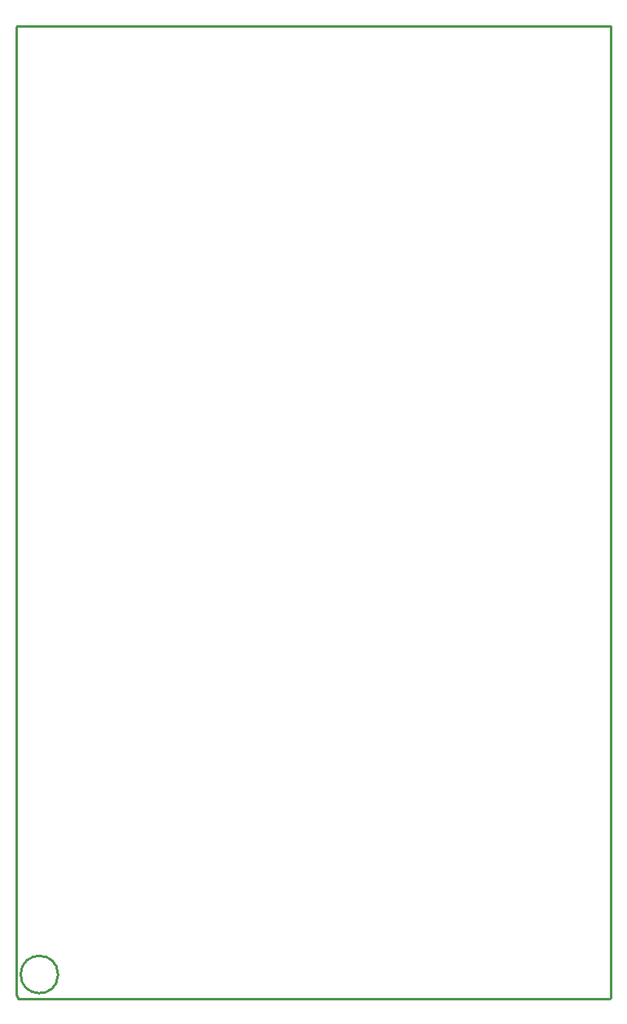
<source format=gko>
G04*
G04 #@! TF.GenerationSoftware,Altium Limited,Altium Designer,21.5.1 (32)*
G04*
G04 Layer_Color=16711935*
%FSTAX25Y25*%
%MOIN*%
G70*
G04*
G04 #@! TF.SameCoordinates,0BFE2CC6-8836-44AC-A470-928A03FDA669*
G04*
G04*
G04 #@! TF.FilePolarity,Positive*
G04*
G01*
G75*
%ADD12C,0.01000*%
D12*
X0116642Y0107267D02*
G03*
X0116637Y0106995I-0007642J0D01*
G01*
X0343Y0098D02*
Y04955D01*
X03425Y00975D02*
X0343Y0098D01*
X01005Y00975D02*
X03425D01*
X01Y0098D02*
X01005Y00975D01*
X01Y0098D02*
Y00985D01*
X00995Y0099D02*
X01Y00985D01*
X00995Y0099D02*
Y0495D01*
X01Y04955D01*
X0343D01*
M02*

</source>
